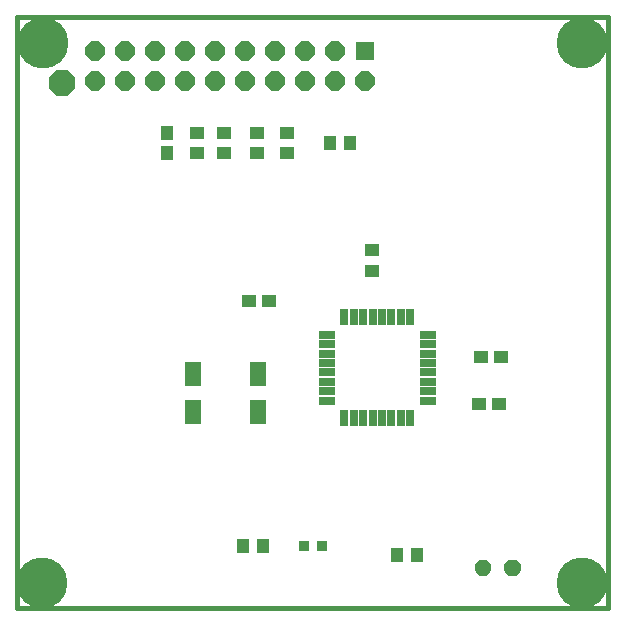
<source format=gts>
G75*
%MOIN*%
%OFA0B0*%
%FSLAX25Y25*%
%IPPOS*%
%LPD*%
%AMOC8*
5,1,8,0,0,1.08239X$1,22.5*
%
%ADD10C,0.01600*%
%ADD11R,0.04337X0.04731*%
%ADD12R,0.04731X0.04337*%
%ADD13R,0.05518X0.07880*%
%ADD14R,0.03550X0.03550*%
%ADD15R,0.06400X0.06400*%
%ADD16OC8,0.06400*%
%ADD17R,0.05400X0.02600*%
%ADD18R,0.02600X0.05400*%
%ADD19C,0.01120*%
%ADD20OC8,0.08900*%
%ADD21C,0.16998*%
D10*
X0001800Y0005476D02*
X0198650Y0005476D01*
X0198650Y0202327D01*
X0001800Y0202327D01*
X0001800Y0005476D01*
D11*
X0077108Y0026047D03*
X0083801Y0026047D03*
X0128454Y0022976D03*
X0135146Y0022976D03*
X0051800Y0157130D03*
X0051800Y0163823D03*
X0105954Y0160476D03*
X0112646Y0160476D03*
D12*
X0091800Y0157130D03*
X0091800Y0163823D03*
X0081800Y0163823D03*
X0081800Y0157130D03*
X0070776Y0157130D03*
X0070776Y0163823D03*
X0061800Y0163823D03*
X0061800Y0157130D03*
X0079076Y0107715D03*
X0085769Y0107715D03*
X0119934Y0117866D03*
X0119934Y0124559D03*
X0156249Y0088901D03*
X0162942Y0088901D03*
X0162349Y0073424D03*
X0155656Y0073424D03*
D13*
X0081919Y0070726D03*
X0081919Y0083325D03*
X0060265Y0083325D03*
X0060265Y0070726D03*
D14*
X0097331Y0026047D03*
X0103237Y0026047D03*
D15*
X0117863Y0191205D03*
D16*
X0107863Y0191205D03*
X0097863Y0191205D03*
X0087863Y0191205D03*
X0077863Y0191205D03*
X0067863Y0191205D03*
X0057863Y0191205D03*
X0047863Y0191205D03*
X0037863Y0191205D03*
X0027863Y0191205D03*
X0027863Y0181205D03*
X0037863Y0181205D03*
X0047863Y0181205D03*
X0057863Y0181205D03*
X0067863Y0181205D03*
X0077863Y0181205D03*
X0087863Y0181205D03*
X0097863Y0181205D03*
X0107863Y0181205D03*
X0117863Y0181205D03*
D17*
X0104900Y0096500D03*
X0104900Y0093350D03*
X0104900Y0090201D03*
X0104900Y0087051D03*
X0104900Y0083901D03*
X0104900Y0080752D03*
X0104900Y0077602D03*
X0104900Y0074453D03*
X0138700Y0074453D03*
X0138700Y0077602D03*
X0138700Y0080752D03*
X0138700Y0083901D03*
X0138700Y0087051D03*
X0138700Y0090201D03*
X0138700Y0093350D03*
X0138700Y0096500D03*
D18*
X0132824Y0102376D03*
X0129674Y0102376D03*
X0126524Y0102376D03*
X0123375Y0102376D03*
X0120225Y0102376D03*
X0117076Y0102376D03*
X0113926Y0102376D03*
X0110776Y0102376D03*
X0110776Y0068576D03*
X0113926Y0068576D03*
X0117076Y0068576D03*
X0120225Y0068576D03*
X0123375Y0068576D03*
X0126524Y0068576D03*
X0129674Y0068576D03*
X0132824Y0068576D03*
D19*
X0156482Y0020640D02*
X0155922Y0021200D01*
X0157778Y0021200D01*
X0159089Y0019889D01*
X0159089Y0018033D01*
X0157778Y0016722D01*
X0155922Y0016722D01*
X0154611Y0018033D01*
X0154611Y0019889D01*
X0155922Y0021200D01*
X0156270Y0020360D01*
X0157430Y0020360D01*
X0158249Y0019541D01*
X0158249Y0018381D01*
X0157430Y0017562D01*
X0156270Y0017562D01*
X0155451Y0018381D01*
X0155451Y0019541D01*
X0156270Y0020360D01*
X0156618Y0019520D01*
X0157082Y0019520D01*
X0157409Y0019193D01*
X0157409Y0018729D01*
X0157082Y0018402D01*
X0156618Y0018402D01*
X0156291Y0018729D01*
X0156291Y0019193D01*
X0156618Y0019520D01*
X0166382Y0020640D02*
X0165822Y0021200D01*
X0167678Y0021200D01*
X0168989Y0019889D01*
X0168989Y0018033D01*
X0167678Y0016722D01*
X0165822Y0016722D01*
X0164511Y0018033D01*
X0164511Y0019889D01*
X0165822Y0021200D01*
X0166170Y0020360D01*
X0167330Y0020360D01*
X0168149Y0019541D01*
X0168149Y0018381D01*
X0167330Y0017562D01*
X0166170Y0017562D01*
X0165351Y0018381D01*
X0165351Y0019541D01*
X0166170Y0020360D01*
X0166518Y0019520D01*
X0166982Y0019520D01*
X0167309Y0019193D01*
X0167309Y0018729D01*
X0166982Y0018402D01*
X0166518Y0018402D01*
X0166191Y0018729D01*
X0166191Y0019193D01*
X0166518Y0019520D01*
D20*
X0016800Y0180476D03*
D21*
X0010308Y0193724D03*
X0010116Y0013742D03*
X0190116Y0013742D03*
X0190116Y0193742D03*
M02*

</source>
